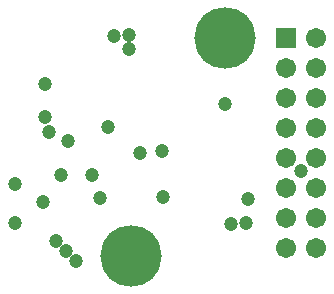
<source format=gbs>
%FSLAX44Y44*%
%MOMM*%
G71*
G01*
G75*
G04 Layer_Color=16711935*
%ADD10R,0.7000X1.0000*%
%ADD11R,0.6000X1.8000*%
%ADD12R,1.5000X2.8000*%
%ADD13R,1.0000X0.7000*%
%ADD14R,0.5700X0.5700*%
%ADD15R,0.4700X0.6700*%
%ADD16R,0.6700X0.5500*%
%ADD17O,0.3000X0.9000*%
%ADD18O,0.9000X0.3000*%
%ADD19R,2.3000X2.3000*%
%ADD20R,0.2000X0.6000*%
%ADD21R,1.0000X0.3000*%
%ADD22R,0.9000X0.3200*%
%ADD23R,0.3000X0.9000*%
%ADD24C,0.2000*%
%ADD25R,1.5000X1.5000*%
%ADD26C,1.5000*%
%ADD27C,5.0000*%
%ADD28C,1.0000*%
%ADD29C,0.2500*%
%ADD30C,0.1000*%
%ADD31C,0.2540*%
%ADD32C,0.0010*%
%ADD33C,0.2032*%
%ADD34R,0.9032X1.2032*%
%ADD35R,0.8032X2.0032*%
%ADD36R,1.7032X3.0032*%
%ADD37R,1.2032X0.9032*%
%ADD38R,0.7732X0.7732*%
%ADD39R,0.6732X0.8732*%
%ADD40R,0.8732X0.7532*%
%ADD41O,0.5032X1.1032*%
%ADD42O,1.1032X0.5032*%
%ADD43R,2.5032X2.5032*%
%ADD44R,0.4032X0.8032*%
%ADD45R,1.2032X0.5032*%
%ADD46R,1.1032X0.5232*%
%ADD47R,0.5032X1.1032*%
%ADD48R,1.7032X1.7032*%
%ADD49C,1.7032*%
%ADD50C,5.2032*%
%ADD51C,1.2032*%
D48*
X2016760Y457200D02*
D03*
D49*
X2042160D02*
D03*
X2016760Y431800D02*
D03*
X2042160D02*
D03*
X2016760Y406400D02*
D03*
X2042160D02*
D03*
X2016760Y381000D02*
D03*
X2042160D02*
D03*
X2016760Y355600D02*
D03*
X2042160D02*
D03*
X2016760Y330200D02*
D03*
X2042160D02*
D03*
X2016760Y304800D02*
D03*
X2042160D02*
D03*
X2016760Y279400D02*
D03*
X2042160D02*
D03*
D50*
X1965013Y457489D02*
D03*
X1885000Y272500D02*
D03*
D51*
X1832250Y369750D02*
D03*
X1865740Y382019D02*
D03*
X1851840Y341517D02*
D03*
X1965096Y401270D02*
D03*
X2029200Y344700D02*
D03*
X1859250Y321500D02*
D03*
X1825750Y341250D02*
D03*
X1984500Y321000D02*
D03*
X1983000Y301000D02*
D03*
X1970000Y300000D02*
D03*
X1911500Y361250D02*
D03*
X1892960Y359699D02*
D03*
X1815500Y378000D02*
D03*
X1871091Y459022D02*
D03*
X1883250Y460250D02*
D03*
Y448250D02*
D03*
X1912750Y322750D02*
D03*
X1810500Y318250D02*
D03*
X1787087Y333516D02*
D03*
Y300515D02*
D03*
X1838721Y268279D02*
D03*
X1830235Y276765D02*
D03*
X1821750Y285250D02*
D03*
X1812500Y418750D02*
D03*
Y390500D02*
D03*
M02*

</source>
